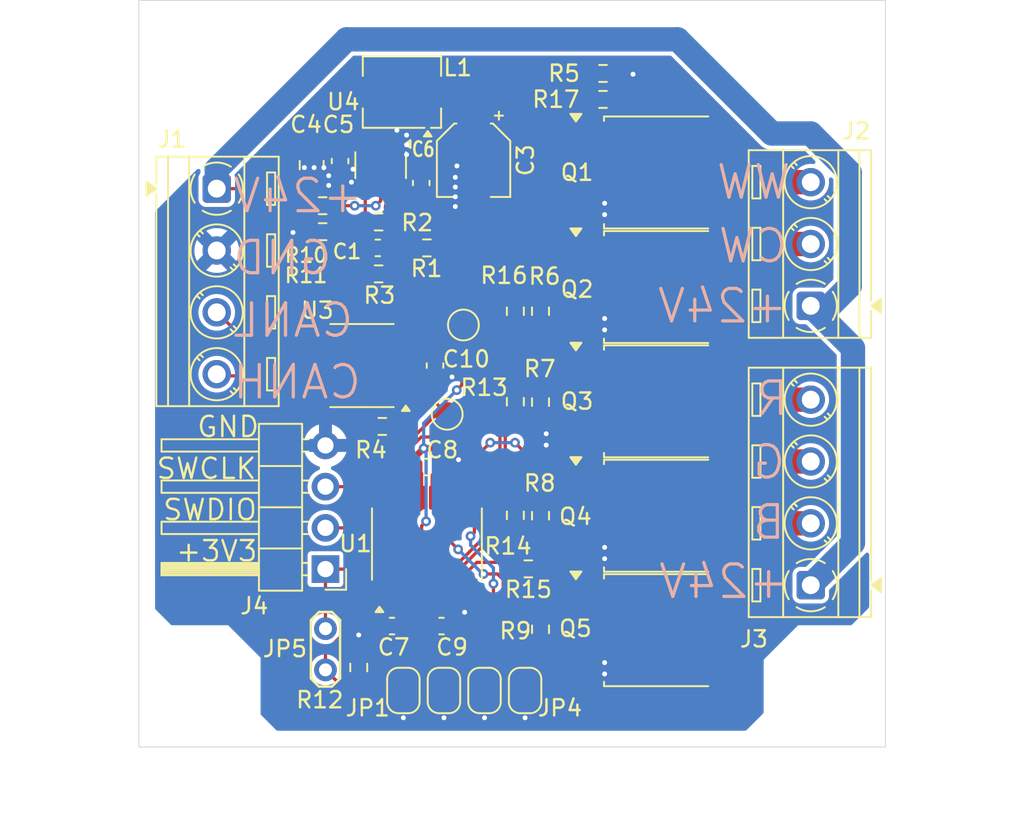
<source format=kicad_pcb>
(kicad_pcb
	(version 20241229)
	(generator "pcbnew")
	(generator_version "9.0")
	(general
		(thickness 1.6)
		(legacy_teardrops no)
	)
	(paper "A4")
	(layers
		(0 "F.Cu" signal)
		(2 "B.Cu" signal)
		(9 "F.Adhes" user "F.Adhesive")
		(11 "B.Adhes" user "B.Adhesive")
		(13 "F.Paste" user)
		(15 "B.Paste" user)
		(5 "F.SilkS" user "F.Silkscreen")
		(7 "B.SilkS" user "B.Silkscreen")
		(1 "F.Mask" user)
		(3 "B.Mask" user)
		(17 "Dwgs.User" user "User.Drawings")
		(19 "Cmts.User" user "User.Comments")
		(21 "Eco1.User" user "User.Eco1")
		(23 "Eco2.User" user "User.Eco2")
		(25 "Edge.Cuts" user)
		(27 "Margin" user)
		(31 "F.CrtYd" user "F.Courtyard")
		(29 "B.CrtYd" user "B.Courtyard")
		(35 "F.Fab" user)
		(33 "B.Fab" user)
		(39 "User.1" user)
		(41 "User.2" user)
		(43 "User.3" user)
		(45 "User.4" user)
	)
	(setup
		(pad_to_mask_clearance 0)
		(allow_soldermask_bridges_in_footprints no)
		(tenting front back)
		(pcbplotparams
			(layerselection 0x00000000_00000000_55555555_5755f5ff)
			(plot_on_all_layers_selection 0x00000000_00000000_00000000_00000000)
			(disableapertmacros no)
			(usegerberextensions no)
			(usegerberattributes yes)
			(usegerberadvancedattributes yes)
			(creategerberjobfile yes)
			(dashed_line_dash_ratio 12.000000)
			(dashed_line_gap_ratio 3.000000)
			(svgprecision 4)
			(plotframeref no)
			(mode 1)
			(useauxorigin no)
			(hpglpennumber 1)
			(hpglpenspeed 20)
			(hpglpendiameter 15.000000)
			(pdf_front_fp_property_popups yes)
			(pdf_back_fp_property_popups yes)
			(pdf_metadata yes)
			(pdf_single_document no)
			(dxfpolygonmode yes)
			(dxfimperialunits yes)
			(dxfusepcbnewfont yes)
			(psnegative no)
			(psa4output no)
			(plot_black_and_white yes)
			(plotinvisibletext no)
			(sketchpadsonfab no)
			(plotpadnumbers no)
			(hidednponfab no)
			(sketchdnponfab yes)
			(crossoutdnponfab yes)
			(subtractmaskfromsilk no)
			(outputformat 1)
			(mirror no)
			(drillshape 1)
			(scaleselection 1)
			(outputdirectory "")
		)
	)
	(net 0 "")
	(net 1 "Net-(C1-Pad2)")
	(net 2 "Net-(U4-FB)")
	(net 3 "+3V3")
	(net 4 "GND")
	(net 5 "+24V")
	(net 6 "Net-(U4-SW)")
	(net 7 "Net-(U4-BOOT)")
	(net 8 "Net-(U1-~{RST})")
	(net 9 "/CANH")
	(net 10 "/CANL")
	(net 11 "/OUT_WW")
	(net 12 "/OUT_CW")
	(net 13 "/OUT_B")
	(net 14 "/OUT_G")
	(net 15 "/OUT_R")
	(net 16 "/SWDIO")
	(net 17 "/SWCLK")
	(net 18 "Net-(JP1-A)")
	(net 19 "Net-(JP2-A)")
	(net 20 "Net-(JP3-A)")
	(net 21 "Net-(JP4-B)")
	(net 22 "Net-(JP5-A)")
	(net 23 "PWM_WW")
	(net 24 "PWM_CW")
	(net 25 "PWM_R")
	(net 26 "PWM_G")
	(net 27 "PWM_B")
	(net 28 "Net-(U3-Rs)")
	(net 29 "Net-(U4-EN)")
	(net 30 "CAN_TX")
	(net 31 "CAN_RX")
	(net 32 "unconnected-(U1-OSC_OUT-Pad3)")
	(net 33 "unconnected-(U1-OSC_IN-Pad2)")
	(net 34 "Net-(U1-PA7)")
	(net 35 "Net-(U1-PA6)")
	(net 36 "Net-(U1-PA2)")
	(net 37 "Net-(U1-PA1)")
	(net 38 "Net-(U1-PA3)")
	(footprint "Capacitor_SMD:C_0603_1608Metric" (layer "F.Cu") (at 174.25 94.5 90))
	(footprint "Resistor_SMD:R_0603_1608Metric" (layer "F.Cu") (at 170.775 88.85))
	(footprint "Jumper:SolderJumper-2_P1.3mm_Open_RoundedPad1.0x1.5mm" (layer "F.Cu") (at 179.8 114.52 90))
	(footprint "MountingHole:MountingHole_3.2mm_M3_DIN965" (layer "F.Cu") (at 198 114))
	(footprint "Capacitor_SMD:C_0805_2012Metric" (layer "F.Cu") (at 166.65 82.15 -90))
	(footprint "MountingHole:MountingHole_3.2mm_M3_DIN965" (layer "F.Cu") (at 160 114))
	(footprint "Capacitor_SMD:C_0603_1608Metric" (layer "F.Cu") (at 173.8 100.75))
	(footprint "Capacitor_SMD:C_0603_1608Metric" (layer "F.Cu") (at 174.65 110.55))
	(footprint "MountingHole:MountingHole_3.2mm_M3_DIN965" (layer "F.Cu") (at 160 76))
	(footprint "TestPoint:TestPoint_Pad_D1.5mm" (layer "F.Cu") (at 176 92))
	(footprint "Resistor_SMD:R_0603_1608Metric" (layer "F.Cu") (at 180.75 91.15 -90))
	(footprint "Resistor_SMD:R_0603_1608Metric" (layer "F.Cu") (at 173.75 87.25 180))
	(footprint "Jumper:SolderJumper-2_P1.3mm_Open_RoundedPad1.0x1.5mm" (layer "F.Cu") (at 172.3 114.52 -90))
	(footprint "Resistor_SMD:R_0603_1608Metric" (layer "F.Cu") (at 179.2 103.725 90))
	(footprint "Resistor_SMD:R_0603_1608Metric" (layer "F.Cu") (at 180 107.025))
	(footprint "Capacitor_SMD:C_0603_1608Metric" (layer "F.Cu") (at 170.725 87.25))
	(footprint "Resistor_SMD:R_0603_1608Metric" (layer "F.Cu") (at 180.75 110.75 -90))
	(footprint "TerminalBlock_MetzConnect:TerminalBlock_MetzConnect_Type086_RT03404HBLC_1x04_P3.81mm_Horizontal" (layer "F.Cu") (at 197.4 108.03 90))
	(footprint "Jumper:SolderJumper-2_P1.3mm_Open_RoundedPad1.0x1.5mm" (layer "F.Cu") (at 174.8 114.52 -90))
	(footprint "Capacitor_SMD:CP_Elec_4x5.4" (layer "F.Cu") (at 176.625 81.85 -90))
	(footprint "Package_TO_SOT_SMD:TO-252-2" (layer "F.Cu") (at 187.9725 96.7025))
	(footprint "Package_TO_SOT_SMD:SOT-23-6" (layer "F.Cu") (at 170.9 82.15 -90))
	(footprint "TestPoint:TestPoint_2Pads_Pitch2.54mm_Drill0.8mm" (layer "F.Cu") (at 167.5 113.25 90))
	(footprint "Resistor_SMD:R_0603_1608Metric" (layer "F.Cu") (at 180.75 103.75 -90))
	(footprint "Jumper:SolderJumper-2_P1.3mm_Open_RoundedPad1.0x1.5mm" (layer "F.Cu") (at 177.3 114.52 -90))
	(footprint "TerminalBlock_MetzConnect:TerminalBlock_MetzConnect_Type086_RT03404HBLC_1x04_P3.81mm_Horizontal" (layer "F.Cu") (at 160.8 83.6 -90))
	(footprint "Resistor_SMD:R_0603_1608Metric" (layer "F.Cu") (at 180.75 96.75 -90))
	(footprint "Resistor_SMD:R_0603_1608Metric" (layer "F.Cu") (at 170.775 85.65))
	(footprint "Connector_PinHeader_2.54mm:PinHeader_1x04_P2.54mm_Horizontal" (layer "F.Cu") (at 167.5 107.04 180))
	(footprint "Resistor_SMD:R_0603_1608Metric" (layer "F.Cu") (at 171 98.25))
	(footprint "Resistor_SMD:R_0603_1608Metric" (layer "F.Cu") (at 179.2 91.15 90))
	(footprint "Package_SO:SOIC-8_3.9x4.9mm_P1.27mm" (layer "F.Cu") (at 169.75 94.5 180))
	(footprint "Package_TO_SOT_SMD:TO-252-2" (layer "F.Cu") (at 187.9725 110.8025))
	(footprint "Capacitor_SMD:C_0603_1608Metric" (layer "F.Cu") (at 171.6 110.55 180))
	(footprint "Package_TO_SOT_SMD:TO-252-2" (layer "F.Cu") (at 187.9725 82.6025))
	(footprint "TestPoint:TestPoint_Pad_D1.5mm"
		(layer "F.Cu")
		(uuid "c44976a4-835b-4e3d-b3f7-254779acf5c7")
		
... [188791 chars truncated]
</source>
